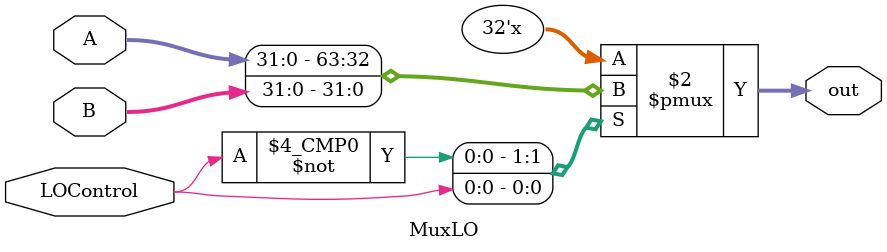
<source format=sv>
module MuxLO(A, B, out, LOControl);

	input logic [31:0] A, B;
	input logic LOControl;
	output logic [31:0] out;
  
    always @(LOControl)begin
      case(LOControl)
            0: out = A;
            1: out = B;
        endcase
    end
endmodule
</source>
